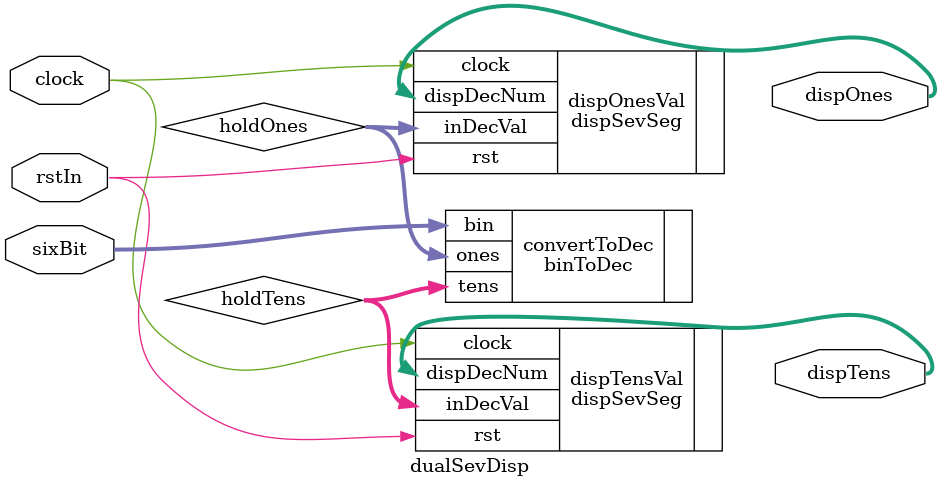
<source format=sv>
module dualSevDisp(input logic [5:0] sixBit, input logic clock, rstIn, //buttonIn, 
						 output logic [6:0] dispTens, dispOnes);
	
	logic [3:0] holdTens, holdOnes;
	
	binToDec convertToDec(.bin(sixBit), .tens(holdTens), .ones(holdOnes));
	dispSevSeg dispTensVal(.inDecVal(holdTens), .clock(clock), .rst(rstIn), .dispDecNum(dispTens)); //.button(buttonIn), 
	dispSevSeg dispOnesVal(.inDecVal(holdOnes), .clock(clock), .rst(rstIn), .dispDecNum(dispOnes)); //.button(buttonIn), 
	
endmodule
</source>
